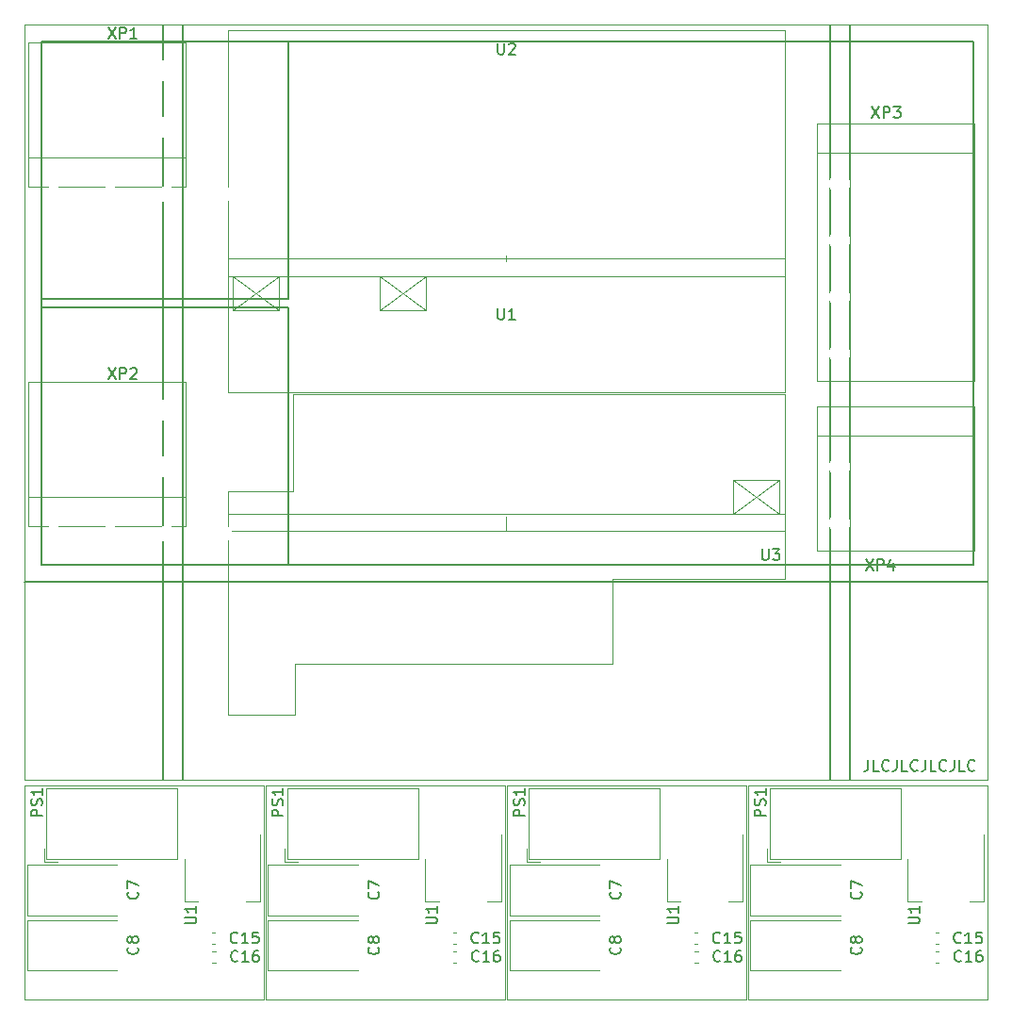
<source format=gbr>
%TF.GenerationSoftware,KiCad,Pcbnew,(5.1.10)-1*%
%TF.CreationDate,2022-01-19T08:42:29+07:00*%
%TF.ProjectId,PCB_2x_pnlz1_4,5043425f-3278-45f7-906e-6c7a315f342e,rev?*%
%TF.SameCoordinates,Original*%
%TF.FileFunction,Legend,Top*%
%TF.FilePolarity,Positive*%
%FSLAX46Y46*%
G04 Gerber Fmt 4.6, Leading zero omitted, Abs format (unit mm)*
G04 Created by KiCad (PCBNEW (5.1.10)-1) date 2022-01-19 08:42:29*
%MOMM*%
%LPD*%
G01*
G04 APERTURE LIST*
%ADD10C,0.150000*%
%ADD11C,0.100000*%
%ADD12C,0.120000*%
%ADD13C,0.050000*%
%ADD14O,1.750000X2.250000*%
%ADD15R,1.750000X2.250000*%
%ADD16R,1.500000X2.000000*%
%ADD17R,3.800000X2.000000*%
%ADD18C,1.900000*%
%ADD19R,1.900000X1.900000*%
%ADD20C,1.600000*%
%ADD21O,1.700000X1.700000*%
%ADD22R,1.700000X1.700000*%
%ADD23O,1.800000X2.400000*%
%ADD24R,1.800000X2.400000*%
G04 APERTURE END LIST*
D10*
X120771952Y-111000380D02*
X120771952Y-111714666D01*
X120724333Y-111857523D01*
X120629095Y-111952761D01*
X120486238Y-112000380D01*
X120391000Y-112000380D01*
X121724333Y-112000380D02*
X121248142Y-112000380D01*
X121248142Y-111000380D01*
X122629095Y-111905142D02*
X122581476Y-111952761D01*
X122438619Y-112000380D01*
X122343380Y-112000380D01*
X122200523Y-111952761D01*
X122105285Y-111857523D01*
X122057666Y-111762285D01*
X122010047Y-111571809D01*
X122010047Y-111428952D01*
X122057666Y-111238476D01*
X122105285Y-111143238D01*
X122200523Y-111048000D01*
X122343380Y-111000380D01*
X122438619Y-111000380D01*
X122581476Y-111048000D01*
X122629095Y-111095619D01*
X123343380Y-111000380D02*
X123343380Y-111714666D01*
X123295761Y-111857523D01*
X123200523Y-111952761D01*
X123057666Y-112000380D01*
X122962428Y-112000380D01*
X124295761Y-112000380D02*
X123819571Y-112000380D01*
X123819571Y-111000380D01*
X125200523Y-111905142D02*
X125152904Y-111952761D01*
X125010047Y-112000380D01*
X124914809Y-112000380D01*
X124771952Y-111952761D01*
X124676714Y-111857523D01*
X124629095Y-111762285D01*
X124581476Y-111571809D01*
X124581476Y-111428952D01*
X124629095Y-111238476D01*
X124676714Y-111143238D01*
X124771952Y-111048000D01*
X124914809Y-111000380D01*
X125010047Y-111000380D01*
X125152904Y-111048000D01*
X125200523Y-111095619D01*
X125914809Y-111000380D02*
X125914809Y-111714666D01*
X125867190Y-111857523D01*
X125771952Y-111952761D01*
X125629095Y-112000380D01*
X125533857Y-112000380D01*
X126867190Y-112000380D02*
X126391000Y-112000380D01*
X126391000Y-111000380D01*
X127771952Y-111905142D02*
X127724333Y-111952761D01*
X127581476Y-112000380D01*
X127486238Y-112000380D01*
X127343380Y-111952761D01*
X127248142Y-111857523D01*
X127200523Y-111762285D01*
X127152904Y-111571809D01*
X127152904Y-111428952D01*
X127200523Y-111238476D01*
X127248142Y-111143238D01*
X127343380Y-111048000D01*
X127486238Y-111000380D01*
X127581476Y-111000380D01*
X127724333Y-111048000D01*
X127771952Y-111095619D01*
X128486238Y-111000380D02*
X128486238Y-111714666D01*
X128438619Y-111857523D01*
X128343380Y-111952761D01*
X128200523Y-112000380D01*
X128105285Y-112000380D01*
X129438619Y-112000380D02*
X128962428Y-112000380D01*
X128962428Y-111000380D01*
X130343380Y-111905142D02*
X130295761Y-111952761D01*
X130152904Y-112000380D01*
X130057666Y-112000380D01*
X129914809Y-111952761D01*
X129819571Y-111857523D01*
X129771952Y-111762285D01*
X129724333Y-111571809D01*
X129724333Y-111428952D01*
X129771952Y-111238476D01*
X129819571Y-111143238D01*
X129914809Y-111048000D01*
X130057666Y-111000380D01*
X130152904Y-111000380D01*
X130295761Y-111048000D01*
X130343380Y-111095619D01*
D11*
X131499640Y-112800000D02*
X45000000Y-112800000D01*
X45000000Y-112800000D02*
X45000000Y-45000000D01*
D10*
X46500000Y-46500000D02*
X130200000Y-46500000D01*
X130200000Y-46500000D02*
X130200000Y-93500000D01*
X130200000Y-93500000D02*
X46500000Y-93500000D01*
X46500000Y-93500000D02*
X46500000Y-46500000D01*
X46500000Y-69600000D02*
X68700000Y-69600000D01*
X68700000Y-69600000D02*
X68700000Y-46500000D01*
X46500000Y-70400000D02*
X68700000Y-70400000D01*
X68700000Y-70400000D02*
X68700000Y-93500000D01*
X119100000Y-45000000D02*
X119100000Y-112800000D01*
X117350000Y-45000000D02*
X117350000Y-112800000D01*
X59150000Y-45000000D02*
X59150000Y-112800000D01*
X57400000Y-45000000D02*
X57400000Y-112800000D01*
D11*
X45000000Y-113300000D02*
X45000000Y-132477000D01*
X66500000Y-113300000D02*
X45000000Y-113300000D01*
X66500000Y-113300000D02*
X66500000Y-132477000D01*
X45000000Y-132477000D02*
X66500000Y-132477000D01*
D10*
X45000000Y-95000000D02*
X131499640Y-95000000D01*
D11*
X110000000Y-132477000D02*
X131500000Y-132477000D01*
X131500000Y-113300000D02*
X131500000Y-132477000D01*
X131500000Y-113300000D02*
X110000000Y-113300000D01*
X110000000Y-113300000D02*
X110000000Y-132477000D01*
X88350000Y-132477000D02*
X109850000Y-132477000D01*
X109850000Y-113300000D02*
X109850000Y-132477000D01*
X109850000Y-113300000D02*
X88350000Y-113300000D01*
X88350000Y-113300000D02*
X88350000Y-132477000D01*
X66650000Y-132477000D02*
X88150000Y-132477000D01*
X88150000Y-113300000D02*
X88150000Y-132477000D01*
X88150000Y-113300000D02*
X66650000Y-113300000D01*
X66650000Y-113300000D02*
X66650000Y-132477000D01*
D10*
X45000000Y-95000000D02*
X131499640Y-95000000D01*
D11*
X45000000Y-45000000D02*
X131499640Y-45000000D01*
X131499640Y-45000000D02*
X131499640Y-112800000D01*
D12*
%TO.C,C8*%
X66829500Y-129911000D02*
X74889500Y-129911000D01*
X66829500Y-125391000D02*
X66829500Y-129911000D01*
X74889500Y-125391000D02*
X66829500Y-125391000D01*
%TO.C,C15*%
X83469420Y-127526000D02*
X83750580Y-127526000D01*
X83469420Y-126506000D02*
X83750580Y-126506000D01*
%TO.C,C16*%
X83495420Y-129177000D02*
X83776580Y-129177000D01*
X83495420Y-128157000D02*
X83776580Y-128157000D01*
%TO.C,PS1*%
X68596000Y-113544000D02*
X80366000Y-113544000D01*
X68596000Y-113544000D02*
X68596000Y-119884000D01*
X68596000Y-119884000D02*
X80366000Y-119884000D01*
X80366000Y-113544000D02*
X80366000Y-119884000D01*
X68346000Y-118934000D02*
X68346000Y-120134000D01*
X68346000Y-120134000D02*
X69546000Y-120134000D01*
%TO.C,C15*%
X126819420Y-126506000D02*
X127100580Y-126506000D01*
X126819420Y-127526000D02*
X127100580Y-127526000D01*
%TO.C,C8*%
X118239500Y-125391000D02*
X110179500Y-125391000D01*
X110179500Y-125391000D02*
X110179500Y-129911000D01*
X110179500Y-129911000D02*
X118239500Y-129911000D01*
%TO.C,C7*%
X118241500Y-120438000D02*
X110181500Y-120438000D01*
X110181500Y-120438000D02*
X110181500Y-124958000D01*
X110181500Y-124958000D02*
X118241500Y-124958000D01*
%TO.C,U1*%
X124311000Y-123694000D02*
X125571000Y-123694000D01*
X131131000Y-123694000D02*
X129871000Y-123694000D01*
X124311000Y-119934000D02*
X124311000Y-123694000D01*
X131131000Y-117684000D02*
X131131000Y-123694000D01*
%TO.C,PS1*%
X111696000Y-120134000D02*
X112896000Y-120134000D01*
X111696000Y-118934000D02*
X111696000Y-120134000D01*
X123716000Y-113544000D02*
X123716000Y-119884000D01*
X111946000Y-119884000D02*
X123716000Y-119884000D01*
X111946000Y-113544000D02*
X111946000Y-119884000D01*
X111946000Y-113544000D02*
X123716000Y-113544000D01*
%TO.C,C16*%
X126845420Y-128157000D02*
X127126580Y-128157000D01*
X126845420Y-129177000D02*
X127126580Y-129177000D01*
%TO.C,XP1*%
X45309000Y-46603000D02*
X59443000Y-46603000D01*
X45309000Y-59557000D02*
X45309000Y-46603000D01*
X59443000Y-59557000D02*
X45309000Y-59557000D01*
X59443000Y-46603000D02*
X59443000Y-59557000D01*
D13*
X59443000Y-56890000D02*
X45346000Y-56890000D01*
D12*
%TO.C,C7*%
X66831500Y-124958000D02*
X74891500Y-124958000D01*
X66831500Y-120438000D02*
X66831500Y-124958000D01*
X74891500Y-120438000D02*
X66831500Y-120438000D01*
%TO.C,U1*%
X109481000Y-117684000D02*
X109481000Y-123694000D01*
X102661000Y-119934000D02*
X102661000Y-123694000D01*
X109481000Y-123694000D02*
X108221000Y-123694000D01*
X102661000Y-123694000D02*
X103921000Y-123694000D01*
%TO.C,U3*%
X69050000Y-86877000D02*
X69050000Y-78158000D01*
X63250000Y-86877000D02*
X69050000Y-86877000D01*
X63250000Y-106977000D02*
X69250000Y-106977000D01*
X69250000Y-102415000D02*
X69250000Y-106977000D01*
X113250000Y-94777000D02*
X97750000Y-94777000D01*
X97750000Y-102415000D02*
X97750000Y-94777000D01*
X112794000Y-85877000D02*
X108664000Y-88877000D01*
X108664000Y-85877000D02*
X112794000Y-85877000D01*
X112794000Y-88877000D02*
X108664000Y-85877000D01*
X88250000Y-90477000D02*
X88250000Y-89207000D01*
X113250000Y-78158000D02*
X113250000Y-94777000D01*
X97750000Y-102415000D02*
X69250000Y-102415000D01*
X63250000Y-106977000D02*
X63250000Y-86877000D01*
X69050000Y-78158000D02*
X113250000Y-78158000D01*
X113250000Y-90477000D02*
X63250000Y-90477000D01*
X113250000Y-88877000D02*
X63250000Y-88877000D01*
X112794000Y-85877000D02*
X112794000Y-88877000D01*
X108664000Y-85877000D02*
X108664000Y-88877000D01*
%TO.C,U2*%
X67836000Y-67600000D02*
X63706000Y-70600000D01*
X63706000Y-67600000D02*
X67836000Y-67600000D01*
X67836000Y-70600000D02*
X63706000Y-67600000D01*
X63706000Y-70600000D02*
X63706000Y-67600000D01*
X88250000Y-66254000D02*
X88250000Y-65746000D01*
X113250000Y-67600000D02*
X63250000Y-67600000D01*
X113250000Y-66000000D02*
X63250000Y-66000000D01*
X63250000Y-78000000D02*
X113250000Y-78000000D01*
X63250000Y-45500000D02*
X63250000Y-78000000D01*
X113250000Y-45500000D02*
X63250000Y-45500000D01*
X113250000Y-78000000D02*
X113250000Y-45500000D01*
X67836000Y-70600000D02*
X67836000Y-67600000D01*
X63706000Y-70600000D02*
X67836000Y-70600000D01*
X81044000Y-67600000D02*
X76914000Y-70600000D01*
X76914000Y-67600000D02*
X81044000Y-67600000D01*
X81044000Y-70600000D02*
X76914000Y-67600000D01*
X76914000Y-70600000D02*
X76914000Y-67600000D01*
X81044000Y-70600000D02*
X81044000Y-67600000D01*
X76914000Y-70600000D02*
X81044000Y-70600000D01*
D13*
%TO.C,XP4*%
X116195000Y-81910000D02*
X130292000Y-81910000D01*
D12*
X116195000Y-92197000D02*
X116195000Y-79243000D01*
X116195000Y-79243000D02*
X130329000Y-79243000D01*
X130329000Y-79243000D02*
X130329000Y-92197000D01*
X130329000Y-92197000D02*
X116195000Y-92197000D01*
D13*
%TO.C,XP2*%
X59443000Y-87370000D02*
X45346000Y-87370000D01*
D12*
X59443000Y-77083000D02*
X59443000Y-90037000D01*
X59443000Y-90037000D02*
X45309000Y-90037000D01*
X45309000Y-90037000D02*
X45309000Y-77083000D01*
X45309000Y-77083000D02*
X59443000Y-77083000D01*
D13*
%TO.C,XP3*%
X116195000Y-56510000D02*
X130292000Y-56510000D01*
D12*
X116195000Y-76957000D02*
X116195000Y-53843000D01*
X116195000Y-53843000D02*
X130329000Y-53843000D01*
X130329000Y-53843000D02*
X130329000Y-76957000D01*
X130329000Y-76957000D02*
X116195000Y-76957000D01*
%TO.C,U1*%
X66131000Y-117684000D02*
X66131000Y-123694000D01*
X59311000Y-119934000D02*
X59311000Y-123694000D01*
X66131000Y-123694000D02*
X64871000Y-123694000D01*
X59311000Y-123694000D02*
X60571000Y-123694000D01*
%TO.C,C8*%
X45179500Y-129911000D02*
X53239500Y-129911000D01*
X45179500Y-125391000D02*
X45179500Y-129911000D01*
X53239500Y-125391000D02*
X45179500Y-125391000D01*
%TO.C,C15*%
X61819420Y-127526000D02*
X62100580Y-127526000D01*
X61819420Y-126506000D02*
X62100580Y-126506000D01*
%TO.C,C16*%
X61845420Y-129177000D02*
X62126580Y-129177000D01*
X61845420Y-128157000D02*
X62126580Y-128157000D01*
%TO.C,PS1*%
X46946000Y-113544000D02*
X58716000Y-113544000D01*
X46946000Y-113544000D02*
X46946000Y-119884000D01*
X46946000Y-119884000D02*
X58716000Y-119884000D01*
X58716000Y-113544000D02*
X58716000Y-119884000D01*
X46696000Y-118934000D02*
X46696000Y-120134000D01*
X46696000Y-120134000D02*
X47896000Y-120134000D01*
%TO.C,U1*%
X87781000Y-117684000D02*
X87781000Y-123694000D01*
X80961000Y-119934000D02*
X80961000Y-123694000D01*
X87781000Y-123694000D02*
X86521000Y-123694000D01*
X80961000Y-123694000D02*
X82221000Y-123694000D01*
%TO.C,PS1*%
X90296000Y-113544000D02*
X102066000Y-113544000D01*
X90296000Y-113544000D02*
X90296000Y-119884000D01*
X90296000Y-119884000D02*
X102066000Y-119884000D01*
X102066000Y-113544000D02*
X102066000Y-119884000D01*
X90046000Y-118934000D02*
X90046000Y-120134000D01*
X90046000Y-120134000D02*
X91246000Y-120134000D01*
%TO.C,C16*%
X105195420Y-129177000D02*
X105476580Y-129177000D01*
X105195420Y-128157000D02*
X105476580Y-128157000D01*
%TO.C,C15*%
X105169420Y-127526000D02*
X105450580Y-127526000D01*
X105169420Y-126506000D02*
X105450580Y-126506000D01*
%TO.C,C8*%
X88529500Y-129911000D02*
X96589500Y-129911000D01*
X88529500Y-125391000D02*
X88529500Y-129911000D01*
X96589500Y-125391000D02*
X88529500Y-125391000D01*
%TO.C,C7*%
X88531500Y-124958000D02*
X96591500Y-124958000D01*
X88531500Y-120438000D02*
X88531500Y-124958000D01*
X96591500Y-120438000D02*
X88531500Y-120438000D01*
X45181500Y-124958000D02*
X53241500Y-124958000D01*
X45181500Y-120438000D02*
X45181500Y-124958000D01*
X53241500Y-120438000D02*
X45181500Y-120438000D01*
%TO.C,C8*%
D10*
X76741142Y-127817666D02*
X76788761Y-127865285D01*
X76836380Y-128008142D01*
X76836380Y-128103380D01*
X76788761Y-128246238D01*
X76693523Y-128341476D01*
X76598285Y-128389095D01*
X76407809Y-128436714D01*
X76264952Y-128436714D01*
X76074476Y-128389095D01*
X75979238Y-128341476D01*
X75884000Y-128246238D01*
X75836380Y-128103380D01*
X75836380Y-128008142D01*
X75884000Y-127865285D01*
X75931619Y-127817666D01*
X76264952Y-127246238D02*
X76217333Y-127341476D01*
X76169714Y-127389095D01*
X76074476Y-127436714D01*
X76026857Y-127436714D01*
X75931619Y-127389095D01*
X75884000Y-127341476D01*
X75836380Y-127246238D01*
X75836380Y-127055761D01*
X75884000Y-126960523D01*
X75931619Y-126912904D01*
X76026857Y-126865285D01*
X76074476Y-126865285D01*
X76169714Y-126912904D01*
X76217333Y-126960523D01*
X76264952Y-127055761D01*
X76264952Y-127246238D01*
X76312571Y-127341476D01*
X76360190Y-127389095D01*
X76455428Y-127436714D01*
X76645904Y-127436714D01*
X76741142Y-127389095D01*
X76788761Y-127341476D01*
X76836380Y-127246238D01*
X76836380Y-127055761D01*
X76788761Y-126960523D01*
X76741142Y-126912904D01*
X76645904Y-126865285D01*
X76455428Y-126865285D01*
X76360190Y-126912904D01*
X76312571Y-126960523D01*
X76264952Y-127055761D01*
%TO.C,C15*%
X85748142Y-127373142D02*
X85700523Y-127420761D01*
X85557666Y-127468380D01*
X85462428Y-127468380D01*
X85319571Y-127420761D01*
X85224333Y-127325523D01*
X85176714Y-127230285D01*
X85129095Y-127039809D01*
X85129095Y-126896952D01*
X85176714Y-126706476D01*
X85224333Y-126611238D01*
X85319571Y-126516000D01*
X85462428Y-126468380D01*
X85557666Y-126468380D01*
X85700523Y-126516000D01*
X85748142Y-126563619D01*
X86700523Y-127468380D02*
X86129095Y-127468380D01*
X86414809Y-127468380D02*
X86414809Y-126468380D01*
X86319571Y-126611238D01*
X86224333Y-126706476D01*
X86129095Y-126754095D01*
X87605285Y-126468380D02*
X87129095Y-126468380D01*
X87081476Y-126944571D01*
X87129095Y-126896952D01*
X87224333Y-126849333D01*
X87462428Y-126849333D01*
X87557666Y-126896952D01*
X87605285Y-126944571D01*
X87652904Y-127039809D01*
X87652904Y-127277904D01*
X87605285Y-127373142D01*
X87557666Y-127420761D01*
X87462428Y-127468380D01*
X87224333Y-127468380D01*
X87129095Y-127420761D01*
X87081476Y-127373142D01*
%TO.C,C16*%
X85774142Y-129024142D02*
X85726523Y-129071761D01*
X85583666Y-129119380D01*
X85488428Y-129119380D01*
X85345571Y-129071761D01*
X85250333Y-128976523D01*
X85202714Y-128881285D01*
X85155095Y-128690809D01*
X85155095Y-128547952D01*
X85202714Y-128357476D01*
X85250333Y-128262238D01*
X85345571Y-128167000D01*
X85488428Y-128119380D01*
X85583666Y-128119380D01*
X85726523Y-128167000D01*
X85774142Y-128214619D01*
X86726523Y-129119380D02*
X86155095Y-129119380D01*
X86440809Y-129119380D02*
X86440809Y-128119380D01*
X86345571Y-128262238D01*
X86250333Y-128357476D01*
X86155095Y-128405095D01*
X87583666Y-128119380D02*
X87393190Y-128119380D01*
X87297952Y-128167000D01*
X87250333Y-128214619D01*
X87155095Y-128357476D01*
X87107476Y-128547952D01*
X87107476Y-128928904D01*
X87155095Y-129024142D01*
X87202714Y-129071761D01*
X87297952Y-129119380D01*
X87488428Y-129119380D01*
X87583666Y-129071761D01*
X87631285Y-129024142D01*
X87678904Y-128928904D01*
X87678904Y-128690809D01*
X87631285Y-128595571D01*
X87583666Y-128547952D01*
X87488428Y-128500333D01*
X87297952Y-128500333D01*
X87202714Y-128547952D01*
X87155095Y-128595571D01*
X87107476Y-128690809D01*
%TO.C,PS1*%
X68200380Y-116038285D02*
X67200380Y-116038285D01*
X67200380Y-115657333D01*
X67248000Y-115562095D01*
X67295619Y-115514476D01*
X67390857Y-115466857D01*
X67533714Y-115466857D01*
X67628952Y-115514476D01*
X67676571Y-115562095D01*
X67724190Y-115657333D01*
X67724190Y-116038285D01*
X68152761Y-115085904D02*
X68200380Y-114943047D01*
X68200380Y-114704952D01*
X68152761Y-114609714D01*
X68105142Y-114562095D01*
X68009904Y-114514476D01*
X67914666Y-114514476D01*
X67819428Y-114562095D01*
X67771809Y-114609714D01*
X67724190Y-114704952D01*
X67676571Y-114895428D01*
X67628952Y-114990666D01*
X67581333Y-115038285D01*
X67486095Y-115085904D01*
X67390857Y-115085904D01*
X67295619Y-115038285D01*
X67248000Y-114990666D01*
X67200380Y-114895428D01*
X67200380Y-114657333D01*
X67248000Y-114514476D01*
X68200380Y-113562095D02*
X68200380Y-114133523D01*
X68200380Y-113847809D02*
X67200380Y-113847809D01*
X67343238Y-113943047D01*
X67438476Y-114038285D01*
X67486095Y-114133523D01*
%TO.C,C15*%
X129098142Y-127373142D02*
X129050523Y-127420761D01*
X128907666Y-127468380D01*
X128812428Y-127468380D01*
X128669571Y-127420761D01*
X128574333Y-127325523D01*
X128526714Y-127230285D01*
X128479095Y-127039809D01*
X128479095Y-126896952D01*
X128526714Y-126706476D01*
X128574333Y-126611238D01*
X128669571Y-126516000D01*
X128812428Y-126468380D01*
X128907666Y-126468380D01*
X129050523Y-126516000D01*
X129098142Y-126563619D01*
X130050523Y-127468380D02*
X129479095Y-127468380D01*
X129764809Y-127468380D02*
X129764809Y-126468380D01*
X129669571Y-126611238D01*
X129574333Y-126706476D01*
X129479095Y-126754095D01*
X130955285Y-126468380D02*
X130479095Y-126468380D01*
X130431476Y-126944571D01*
X130479095Y-126896952D01*
X130574333Y-126849333D01*
X130812428Y-126849333D01*
X130907666Y-126896952D01*
X130955285Y-126944571D01*
X131002904Y-127039809D01*
X131002904Y-127277904D01*
X130955285Y-127373142D01*
X130907666Y-127420761D01*
X130812428Y-127468380D01*
X130574333Y-127468380D01*
X130479095Y-127420761D01*
X130431476Y-127373142D01*
%TO.C,C8*%
X120091142Y-127817666D02*
X120138761Y-127865285D01*
X120186380Y-128008142D01*
X120186380Y-128103380D01*
X120138761Y-128246238D01*
X120043523Y-128341476D01*
X119948285Y-128389095D01*
X119757809Y-128436714D01*
X119614952Y-128436714D01*
X119424476Y-128389095D01*
X119329238Y-128341476D01*
X119234000Y-128246238D01*
X119186380Y-128103380D01*
X119186380Y-128008142D01*
X119234000Y-127865285D01*
X119281619Y-127817666D01*
X119614952Y-127246238D02*
X119567333Y-127341476D01*
X119519714Y-127389095D01*
X119424476Y-127436714D01*
X119376857Y-127436714D01*
X119281619Y-127389095D01*
X119234000Y-127341476D01*
X119186380Y-127246238D01*
X119186380Y-127055761D01*
X119234000Y-126960523D01*
X119281619Y-126912904D01*
X119376857Y-126865285D01*
X119424476Y-126865285D01*
X119519714Y-126912904D01*
X119567333Y-126960523D01*
X119614952Y-127055761D01*
X119614952Y-127246238D01*
X119662571Y-127341476D01*
X119710190Y-127389095D01*
X119805428Y-127436714D01*
X119995904Y-127436714D01*
X120091142Y-127389095D01*
X120138761Y-127341476D01*
X120186380Y-127246238D01*
X120186380Y-127055761D01*
X120138761Y-126960523D01*
X120091142Y-126912904D01*
X119995904Y-126865285D01*
X119805428Y-126865285D01*
X119710190Y-126912904D01*
X119662571Y-126960523D01*
X119614952Y-127055761D01*
%TO.C,C7*%
X120091142Y-122864666D02*
X120138761Y-122912285D01*
X120186380Y-123055142D01*
X120186380Y-123150380D01*
X120138761Y-123293238D01*
X120043523Y-123388476D01*
X119948285Y-123436095D01*
X119757809Y-123483714D01*
X119614952Y-123483714D01*
X119424476Y-123436095D01*
X119329238Y-123388476D01*
X119234000Y-123293238D01*
X119186380Y-123150380D01*
X119186380Y-123055142D01*
X119234000Y-122912285D01*
X119281619Y-122864666D01*
X119186380Y-122531333D02*
X119186380Y-121864666D01*
X120186380Y-122293238D01*
%TO.C,U1*%
X124379380Y-125695904D02*
X125188904Y-125695904D01*
X125284142Y-125648285D01*
X125331761Y-125600666D01*
X125379380Y-125505428D01*
X125379380Y-125314952D01*
X125331761Y-125219714D01*
X125284142Y-125172095D01*
X125188904Y-125124476D01*
X124379380Y-125124476D01*
X125379380Y-124124476D02*
X125379380Y-124695904D01*
X125379380Y-124410190D02*
X124379380Y-124410190D01*
X124522238Y-124505428D01*
X124617476Y-124600666D01*
X124665095Y-124695904D01*
%TO.C,PS1*%
X111550380Y-116038285D02*
X110550380Y-116038285D01*
X110550380Y-115657333D01*
X110598000Y-115562095D01*
X110645619Y-115514476D01*
X110740857Y-115466857D01*
X110883714Y-115466857D01*
X110978952Y-115514476D01*
X111026571Y-115562095D01*
X111074190Y-115657333D01*
X111074190Y-116038285D01*
X111502761Y-115085904D02*
X111550380Y-114943047D01*
X111550380Y-114704952D01*
X111502761Y-114609714D01*
X111455142Y-114562095D01*
X111359904Y-114514476D01*
X111264666Y-114514476D01*
X111169428Y-114562095D01*
X111121809Y-114609714D01*
X111074190Y-114704952D01*
X111026571Y-114895428D01*
X110978952Y-114990666D01*
X110931333Y-115038285D01*
X110836095Y-115085904D01*
X110740857Y-115085904D01*
X110645619Y-115038285D01*
X110598000Y-114990666D01*
X110550380Y-114895428D01*
X110550380Y-114657333D01*
X110598000Y-114514476D01*
X111550380Y-113562095D02*
X111550380Y-114133523D01*
X111550380Y-113847809D02*
X110550380Y-113847809D01*
X110693238Y-113943047D01*
X110788476Y-114038285D01*
X110836095Y-114133523D01*
%TO.C,C16*%
X129124142Y-129024142D02*
X129076523Y-129071761D01*
X128933666Y-129119380D01*
X128838428Y-129119380D01*
X128695571Y-129071761D01*
X128600333Y-128976523D01*
X128552714Y-128881285D01*
X128505095Y-128690809D01*
X128505095Y-128547952D01*
X128552714Y-128357476D01*
X128600333Y-128262238D01*
X128695571Y-128167000D01*
X128838428Y-128119380D01*
X128933666Y-128119380D01*
X129076523Y-128167000D01*
X129124142Y-128214619D01*
X130076523Y-129119380D02*
X129505095Y-129119380D01*
X129790809Y-129119380D02*
X129790809Y-128119380D01*
X129695571Y-128262238D01*
X129600333Y-128357476D01*
X129505095Y-128405095D01*
X130933666Y-128119380D02*
X130743190Y-128119380D01*
X130647952Y-128167000D01*
X130600333Y-128214619D01*
X130505095Y-128357476D01*
X130457476Y-128547952D01*
X130457476Y-128928904D01*
X130505095Y-129024142D01*
X130552714Y-129071761D01*
X130647952Y-129119380D01*
X130838428Y-129119380D01*
X130933666Y-129071761D01*
X130981285Y-129024142D01*
X131028904Y-128928904D01*
X131028904Y-128690809D01*
X130981285Y-128595571D01*
X130933666Y-128547952D01*
X130838428Y-128500333D01*
X130647952Y-128500333D01*
X130552714Y-128547952D01*
X130505095Y-128595571D01*
X130457476Y-128690809D01*
%TO.C,XP1*%
X52473476Y-45230380D02*
X53140142Y-46230380D01*
X53140142Y-45230380D02*
X52473476Y-46230380D01*
X53521095Y-46230380D02*
X53521095Y-45230380D01*
X53902047Y-45230380D01*
X53997285Y-45278000D01*
X54044904Y-45325619D01*
X54092523Y-45420857D01*
X54092523Y-45563714D01*
X54044904Y-45658952D01*
X53997285Y-45706571D01*
X53902047Y-45754190D01*
X53521095Y-45754190D01*
X55044904Y-46230380D02*
X54473476Y-46230380D01*
X54759190Y-46230380D02*
X54759190Y-45230380D01*
X54663952Y-45373238D01*
X54568714Y-45468476D01*
X54473476Y-45516095D01*
%TO.C,C7*%
X76741142Y-122864666D02*
X76788761Y-122912285D01*
X76836380Y-123055142D01*
X76836380Y-123150380D01*
X76788761Y-123293238D01*
X76693523Y-123388476D01*
X76598285Y-123436095D01*
X76407809Y-123483714D01*
X76264952Y-123483714D01*
X76074476Y-123436095D01*
X75979238Y-123388476D01*
X75884000Y-123293238D01*
X75836380Y-123150380D01*
X75836380Y-123055142D01*
X75884000Y-122912285D01*
X75931619Y-122864666D01*
X75836380Y-122531333D02*
X75836380Y-121864666D01*
X76836380Y-122293238D01*
%TO.C,U1*%
X102729380Y-125695904D02*
X103538904Y-125695904D01*
X103634142Y-125648285D01*
X103681761Y-125600666D01*
X103729380Y-125505428D01*
X103729380Y-125314952D01*
X103681761Y-125219714D01*
X103634142Y-125172095D01*
X103538904Y-125124476D01*
X102729380Y-125124476D01*
X103729380Y-124124476D02*
X103729380Y-124695904D01*
X103729380Y-124410190D02*
X102729380Y-124410190D01*
X102872238Y-124505428D01*
X102967476Y-124600666D01*
X103015095Y-124695904D01*
%TO.C,U3*%
X111237095Y-92058380D02*
X111237095Y-92867904D01*
X111284714Y-92963142D01*
X111332333Y-93010761D01*
X111427571Y-93058380D01*
X111618047Y-93058380D01*
X111713285Y-93010761D01*
X111760904Y-92963142D01*
X111808523Y-92867904D01*
X111808523Y-92058380D01*
X112189476Y-92058380D02*
X112808523Y-92058380D01*
X112475190Y-92439333D01*
X112618047Y-92439333D01*
X112713285Y-92486952D01*
X112760904Y-92534571D01*
X112808523Y-92629809D01*
X112808523Y-92867904D01*
X112760904Y-92963142D01*
X112713285Y-93010761D01*
X112618047Y-93058380D01*
X112332333Y-93058380D01*
X112237095Y-93010761D01*
X112189476Y-92963142D01*
%TO.C,U2*%
X87488095Y-46656380D02*
X87488095Y-47465904D01*
X87535714Y-47561142D01*
X87583333Y-47608761D01*
X87678571Y-47656380D01*
X87869047Y-47656380D01*
X87964285Y-47608761D01*
X88011904Y-47561142D01*
X88059523Y-47465904D01*
X88059523Y-46656380D01*
X88488095Y-46751619D02*
X88535714Y-46704000D01*
X88630952Y-46656380D01*
X88869047Y-46656380D01*
X88964285Y-46704000D01*
X89011904Y-46751619D01*
X89059523Y-46846857D01*
X89059523Y-46942095D01*
X89011904Y-47084952D01*
X88440476Y-47656380D01*
X89059523Y-47656380D01*
%TO.C,U1*%
X87488095Y-70452380D02*
X87488095Y-71261904D01*
X87535714Y-71357142D01*
X87583333Y-71404761D01*
X87678571Y-71452380D01*
X87869047Y-71452380D01*
X87964285Y-71404761D01*
X88011904Y-71357142D01*
X88059523Y-71261904D01*
X88059523Y-70452380D01*
X89059523Y-71452380D02*
X88488095Y-71452380D01*
X88773809Y-71452380D02*
X88773809Y-70452380D01*
X88678571Y-70595238D01*
X88583333Y-70690476D01*
X88488095Y-70738095D01*
%TO.C,XP4*%
X120545476Y-92982380D02*
X121212142Y-93982380D01*
X121212142Y-92982380D02*
X120545476Y-93982380D01*
X121593095Y-93982380D02*
X121593095Y-92982380D01*
X121974047Y-92982380D01*
X122069285Y-93030000D01*
X122116904Y-93077619D01*
X122164523Y-93172857D01*
X122164523Y-93315714D01*
X122116904Y-93410952D01*
X122069285Y-93458571D01*
X121974047Y-93506190D01*
X121593095Y-93506190D01*
X123021666Y-93315714D02*
X123021666Y-93982380D01*
X122783571Y-92934761D02*
X122545476Y-93649047D01*
X123164523Y-93649047D01*
%TO.C,XP2*%
X52473476Y-75802380D02*
X53140142Y-76802380D01*
X53140142Y-75802380D02*
X52473476Y-76802380D01*
X53521095Y-76802380D02*
X53521095Y-75802380D01*
X53902047Y-75802380D01*
X53997285Y-75850000D01*
X54044904Y-75897619D01*
X54092523Y-75992857D01*
X54092523Y-76135714D01*
X54044904Y-76230952D01*
X53997285Y-76278571D01*
X53902047Y-76326190D01*
X53521095Y-76326190D01*
X54473476Y-75897619D02*
X54521095Y-75850000D01*
X54616333Y-75802380D01*
X54854428Y-75802380D01*
X54949666Y-75850000D01*
X54997285Y-75897619D01*
X55044904Y-75992857D01*
X55044904Y-76088095D01*
X54997285Y-76230952D01*
X54425857Y-76802380D01*
X55044904Y-76802380D01*
%TO.C,XP3*%
X121103476Y-52342380D02*
X121770142Y-53342380D01*
X121770142Y-52342380D02*
X121103476Y-53342380D01*
X122151095Y-53342380D02*
X122151095Y-52342380D01*
X122532047Y-52342380D01*
X122627285Y-52390000D01*
X122674904Y-52437619D01*
X122722523Y-52532857D01*
X122722523Y-52675714D01*
X122674904Y-52770952D01*
X122627285Y-52818571D01*
X122532047Y-52866190D01*
X122151095Y-52866190D01*
X123055857Y-52342380D02*
X123674904Y-52342380D01*
X123341571Y-52723333D01*
X123484428Y-52723333D01*
X123579666Y-52770952D01*
X123627285Y-52818571D01*
X123674904Y-52913809D01*
X123674904Y-53151904D01*
X123627285Y-53247142D01*
X123579666Y-53294761D01*
X123484428Y-53342380D01*
X123198714Y-53342380D01*
X123103476Y-53294761D01*
X123055857Y-53247142D01*
%TO.C,U1*%
X59379380Y-125695904D02*
X60188904Y-125695904D01*
X60284142Y-125648285D01*
X60331761Y-125600666D01*
X60379380Y-125505428D01*
X60379380Y-125314952D01*
X60331761Y-125219714D01*
X60284142Y-125172095D01*
X60188904Y-125124476D01*
X59379380Y-125124476D01*
X60379380Y-124124476D02*
X60379380Y-124695904D01*
X60379380Y-124410190D02*
X59379380Y-124410190D01*
X59522238Y-124505428D01*
X59617476Y-124600666D01*
X59665095Y-124695904D01*
%TO.C,C8*%
X55091142Y-127817666D02*
X55138761Y-127865285D01*
X55186380Y-128008142D01*
X55186380Y-128103380D01*
X55138761Y-128246238D01*
X55043523Y-128341476D01*
X54948285Y-128389095D01*
X54757809Y-128436714D01*
X54614952Y-128436714D01*
X54424476Y-128389095D01*
X54329238Y-128341476D01*
X54234000Y-128246238D01*
X54186380Y-128103380D01*
X54186380Y-128008142D01*
X54234000Y-127865285D01*
X54281619Y-127817666D01*
X54614952Y-127246238D02*
X54567333Y-127341476D01*
X54519714Y-127389095D01*
X54424476Y-127436714D01*
X54376857Y-127436714D01*
X54281619Y-127389095D01*
X54234000Y-127341476D01*
X54186380Y-127246238D01*
X54186380Y-127055761D01*
X54234000Y-126960523D01*
X54281619Y-126912904D01*
X54376857Y-126865285D01*
X54424476Y-126865285D01*
X54519714Y-126912904D01*
X54567333Y-126960523D01*
X54614952Y-127055761D01*
X54614952Y-127246238D01*
X54662571Y-127341476D01*
X54710190Y-127389095D01*
X54805428Y-127436714D01*
X54995904Y-127436714D01*
X55091142Y-127389095D01*
X55138761Y-127341476D01*
X55186380Y-127246238D01*
X55186380Y-127055761D01*
X55138761Y-126960523D01*
X55091142Y-126912904D01*
X54995904Y-126865285D01*
X54805428Y-126865285D01*
X54710190Y-126912904D01*
X54662571Y-126960523D01*
X54614952Y-127055761D01*
%TO.C,C15*%
X64098142Y-127373142D02*
X64050523Y-127420761D01*
X63907666Y-127468380D01*
X63812428Y-127468380D01*
X63669571Y-127420761D01*
X63574333Y-127325523D01*
X63526714Y-127230285D01*
X63479095Y-127039809D01*
X63479095Y-126896952D01*
X63526714Y-126706476D01*
X63574333Y-126611238D01*
X63669571Y-126516000D01*
X63812428Y-126468380D01*
X63907666Y-126468380D01*
X64050523Y-126516000D01*
X64098142Y-126563619D01*
X65050523Y-127468380D02*
X64479095Y-127468380D01*
X64764809Y-127468380D02*
X64764809Y-126468380D01*
X64669571Y-126611238D01*
X64574333Y-126706476D01*
X64479095Y-126754095D01*
X65955285Y-126468380D02*
X65479095Y-126468380D01*
X65431476Y-126944571D01*
X65479095Y-126896952D01*
X65574333Y-126849333D01*
X65812428Y-126849333D01*
X65907666Y-126896952D01*
X65955285Y-126944571D01*
X66002904Y-127039809D01*
X66002904Y-127277904D01*
X65955285Y-127373142D01*
X65907666Y-127420761D01*
X65812428Y-127468380D01*
X65574333Y-127468380D01*
X65479095Y-127420761D01*
X65431476Y-127373142D01*
%TO.C,C16*%
X64124142Y-129024142D02*
X64076523Y-129071761D01*
X63933666Y-129119380D01*
X63838428Y-129119380D01*
X63695571Y-129071761D01*
X63600333Y-128976523D01*
X63552714Y-128881285D01*
X63505095Y-128690809D01*
X63505095Y-128547952D01*
X63552714Y-128357476D01*
X63600333Y-128262238D01*
X63695571Y-128167000D01*
X63838428Y-128119380D01*
X63933666Y-128119380D01*
X64076523Y-128167000D01*
X64124142Y-128214619D01*
X65076523Y-129119380D02*
X64505095Y-129119380D01*
X64790809Y-129119380D02*
X64790809Y-128119380D01*
X64695571Y-128262238D01*
X64600333Y-128357476D01*
X64505095Y-128405095D01*
X65933666Y-128119380D02*
X65743190Y-128119380D01*
X65647952Y-128167000D01*
X65600333Y-128214619D01*
X65505095Y-128357476D01*
X65457476Y-128547952D01*
X65457476Y-128928904D01*
X65505095Y-129024142D01*
X65552714Y-129071761D01*
X65647952Y-129119380D01*
X65838428Y-129119380D01*
X65933666Y-129071761D01*
X65981285Y-129024142D01*
X66028904Y-128928904D01*
X66028904Y-128690809D01*
X65981285Y-128595571D01*
X65933666Y-128547952D01*
X65838428Y-128500333D01*
X65647952Y-128500333D01*
X65552714Y-128547952D01*
X65505095Y-128595571D01*
X65457476Y-128690809D01*
%TO.C,PS1*%
X46550380Y-116038285D02*
X45550380Y-116038285D01*
X45550380Y-115657333D01*
X45598000Y-115562095D01*
X45645619Y-115514476D01*
X45740857Y-115466857D01*
X45883714Y-115466857D01*
X45978952Y-115514476D01*
X46026571Y-115562095D01*
X46074190Y-115657333D01*
X46074190Y-116038285D01*
X46502761Y-115085904D02*
X46550380Y-114943047D01*
X46550380Y-114704952D01*
X46502761Y-114609714D01*
X46455142Y-114562095D01*
X46359904Y-114514476D01*
X46264666Y-114514476D01*
X46169428Y-114562095D01*
X46121809Y-114609714D01*
X46074190Y-114704952D01*
X46026571Y-114895428D01*
X45978952Y-114990666D01*
X45931333Y-115038285D01*
X45836095Y-115085904D01*
X45740857Y-115085904D01*
X45645619Y-115038285D01*
X45598000Y-114990666D01*
X45550380Y-114895428D01*
X45550380Y-114657333D01*
X45598000Y-114514476D01*
X46550380Y-113562095D02*
X46550380Y-114133523D01*
X46550380Y-113847809D02*
X45550380Y-113847809D01*
X45693238Y-113943047D01*
X45788476Y-114038285D01*
X45836095Y-114133523D01*
%TO.C,U1*%
X81029380Y-125695904D02*
X81838904Y-125695904D01*
X81934142Y-125648285D01*
X81981761Y-125600666D01*
X82029380Y-125505428D01*
X82029380Y-125314952D01*
X81981761Y-125219714D01*
X81934142Y-125172095D01*
X81838904Y-125124476D01*
X81029380Y-125124476D01*
X82029380Y-124124476D02*
X82029380Y-124695904D01*
X82029380Y-124410190D02*
X81029380Y-124410190D01*
X81172238Y-124505428D01*
X81267476Y-124600666D01*
X81315095Y-124695904D01*
%TO.C,PS1*%
X89900380Y-116038285D02*
X88900380Y-116038285D01*
X88900380Y-115657333D01*
X88948000Y-115562095D01*
X88995619Y-115514476D01*
X89090857Y-115466857D01*
X89233714Y-115466857D01*
X89328952Y-115514476D01*
X89376571Y-115562095D01*
X89424190Y-115657333D01*
X89424190Y-116038285D01*
X89852761Y-115085904D02*
X89900380Y-114943047D01*
X89900380Y-114704952D01*
X89852761Y-114609714D01*
X89805142Y-114562095D01*
X89709904Y-114514476D01*
X89614666Y-114514476D01*
X89519428Y-114562095D01*
X89471809Y-114609714D01*
X89424190Y-114704952D01*
X89376571Y-114895428D01*
X89328952Y-114990666D01*
X89281333Y-115038285D01*
X89186095Y-115085904D01*
X89090857Y-115085904D01*
X88995619Y-115038285D01*
X88948000Y-114990666D01*
X88900380Y-114895428D01*
X88900380Y-114657333D01*
X88948000Y-114514476D01*
X89900380Y-113562095D02*
X89900380Y-114133523D01*
X89900380Y-113847809D02*
X88900380Y-113847809D01*
X89043238Y-113943047D01*
X89138476Y-114038285D01*
X89186095Y-114133523D01*
%TO.C,C16*%
X107474142Y-129024142D02*
X107426523Y-129071761D01*
X107283666Y-129119380D01*
X107188428Y-129119380D01*
X107045571Y-129071761D01*
X106950333Y-128976523D01*
X106902714Y-128881285D01*
X106855095Y-128690809D01*
X106855095Y-128547952D01*
X106902714Y-128357476D01*
X106950333Y-128262238D01*
X107045571Y-128167000D01*
X107188428Y-128119380D01*
X107283666Y-128119380D01*
X107426523Y-128167000D01*
X107474142Y-128214619D01*
X108426523Y-129119380D02*
X107855095Y-129119380D01*
X108140809Y-129119380D02*
X108140809Y-128119380D01*
X108045571Y-128262238D01*
X107950333Y-128357476D01*
X107855095Y-128405095D01*
X109283666Y-128119380D02*
X109093190Y-128119380D01*
X108997952Y-128167000D01*
X108950333Y-128214619D01*
X108855095Y-128357476D01*
X108807476Y-128547952D01*
X108807476Y-128928904D01*
X108855095Y-129024142D01*
X108902714Y-129071761D01*
X108997952Y-129119380D01*
X109188428Y-129119380D01*
X109283666Y-129071761D01*
X109331285Y-129024142D01*
X109378904Y-128928904D01*
X109378904Y-128690809D01*
X109331285Y-128595571D01*
X109283666Y-128547952D01*
X109188428Y-128500333D01*
X108997952Y-128500333D01*
X108902714Y-128547952D01*
X108855095Y-128595571D01*
X108807476Y-128690809D01*
%TO.C,C15*%
X107448142Y-127373142D02*
X107400523Y-127420761D01*
X107257666Y-127468380D01*
X107162428Y-127468380D01*
X107019571Y-127420761D01*
X106924333Y-127325523D01*
X106876714Y-127230285D01*
X106829095Y-127039809D01*
X106829095Y-126896952D01*
X106876714Y-126706476D01*
X106924333Y-126611238D01*
X107019571Y-126516000D01*
X107162428Y-126468380D01*
X107257666Y-126468380D01*
X107400523Y-126516000D01*
X107448142Y-126563619D01*
X108400523Y-127468380D02*
X107829095Y-127468380D01*
X108114809Y-127468380D02*
X108114809Y-126468380D01*
X108019571Y-126611238D01*
X107924333Y-126706476D01*
X107829095Y-126754095D01*
X109305285Y-126468380D02*
X108829095Y-126468380D01*
X108781476Y-126944571D01*
X108829095Y-126896952D01*
X108924333Y-126849333D01*
X109162428Y-126849333D01*
X109257666Y-126896952D01*
X109305285Y-126944571D01*
X109352904Y-127039809D01*
X109352904Y-127277904D01*
X109305285Y-127373142D01*
X109257666Y-127420761D01*
X109162428Y-127468380D01*
X108924333Y-127468380D01*
X108829095Y-127420761D01*
X108781476Y-127373142D01*
%TO.C,C8*%
X98441142Y-127817666D02*
X98488761Y-127865285D01*
X98536380Y-128008142D01*
X98536380Y-128103380D01*
X98488761Y-128246238D01*
X98393523Y-128341476D01*
X98298285Y-128389095D01*
X98107809Y-128436714D01*
X97964952Y-128436714D01*
X97774476Y-128389095D01*
X97679238Y-128341476D01*
X97584000Y-128246238D01*
X97536380Y-128103380D01*
X97536380Y-128008142D01*
X97584000Y-127865285D01*
X97631619Y-127817666D01*
X97964952Y-127246238D02*
X97917333Y-127341476D01*
X97869714Y-127389095D01*
X97774476Y-127436714D01*
X97726857Y-127436714D01*
X97631619Y-127389095D01*
X97584000Y-127341476D01*
X97536380Y-127246238D01*
X97536380Y-127055761D01*
X97584000Y-126960523D01*
X97631619Y-126912904D01*
X97726857Y-126865285D01*
X97774476Y-126865285D01*
X97869714Y-126912904D01*
X97917333Y-126960523D01*
X97964952Y-127055761D01*
X97964952Y-127246238D01*
X98012571Y-127341476D01*
X98060190Y-127389095D01*
X98155428Y-127436714D01*
X98345904Y-127436714D01*
X98441142Y-127389095D01*
X98488761Y-127341476D01*
X98536380Y-127246238D01*
X98536380Y-127055761D01*
X98488761Y-126960523D01*
X98441142Y-126912904D01*
X98345904Y-126865285D01*
X98155428Y-126865285D01*
X98060190Y-126912904D01*
X98012571Y-126960523D01*
X97964952Y-127055761D01*
%TO.C,C7*%
X98441142Y-122864666D02*
X98488761Y-122912285D01*
X98536380Y-123055142D01*
X98536380Y-123150380D01*
X98488761Y-123293238D01*
X98393523Y-123388476D01*
X98298285Y-123436095D01*
X98107809Y-123483714D01*
X97964952Y-123483714D01*
X97774476Y-123436095D01*
X97679238Y-123388476D01*
X97584000Y-123293238D01*
X97536380Y-123150380D01*
X97536380Y-123055142D01*
X97584000Y-122912285D01*
X97631619Y-122864666D01*
X97536380Y-122531333D02*
X97536380Y-121864666D01*
X98536380Y-122293238D01*
X55091142Y-122864666D02*
X55138761Y-122912285D01*
X55186380Y-123055142D01*
X55186380Y-123150380D01*
X55138761Y-123293238D01*
X55043523Y-123388476D01*
X54948285Y-123436095D01*
X54757809Y-123483714D01*
X54614952Y-123483714D01*
X54424476Y-123436095D01*
X54329238Y-123388476D01*
X54234000Y-123293238D01*
X54186380Y-123150380D01*
X54186380Y-123055142D01*
X54234000Y-122912285D01*
X54281619Y-122864666D01*
X54186380Y-122531333D02*
X54186380Y-121864666D01*
X55186380Y-122293238D01*
%TD*%
%LPC*%
%TO.C,C8*%
G36*
G01*
X67089500Y-128676000D02*
X67089500Y-126626000D01*
G75*
G02*
X67339500Y-126376000I250000J0D01*
G01*
X68914500Y-126376000D01*
G75*
G02*
X69164500Y-126626000I0J-250000D01*
G01*
X69164500Y-128676000D01*
G75*
G02*
X68914500Y-128926000I-250000J0D01*
G01*
X67339500Y-128926000D01*
G75*
G02*
X67089500Y-128676000I0J250000D01*
G01*
G37*
G36*
G01*
X73314500Y-128676000D02*
X73314500Y-126626000D01*
G75*
G02*
X73564500Y-126376000I250000J0D01*
G01*
X75139500Y-126376000D01*
G75*
G02*
X75389500Y-126626000I0J-250000D01*
G01*
X75389500Y-128676000D01*
G75*
G02*
X75139500Y-128926000I-250000J0D01*
G01*
X73564500Y-128926000D01*
G75*
G02*
X73314500Y-128676000I0J250000D01*
G01*
G37*
%TD*%
%TO.C,C15*%
G36*
G01*
X82385000Y-127266000D02*
X82385000Y-126766000D01*
G75*
G02*
X82610000Y-126541000I225000J0D01*
G01*
X83060000Y-126541000D01*
G75*
G02*
X83285000Y-126766000I0J-225000D01*
G01*
X83285000Y-127266000D01*
G75*
G02*
X83060000Y-127491000I-225000J0D01*
G01*
X82610000Y-127491000D01*
G75*
G02*
X82385000Y-127266000I0J225000D01*
G01*
G37*
G36*
G01*
X83935000Y-127266000D02*
X83935000Y-126766000D01*
G75*
G02*
X84160000Y-126541000I225000J0D01*
G01*
X84610000Y-126541000D01*
G75*
G02*
X84835000Y-126766000I0J-225000D01*
G01*
X84835000Y-127266000D01*
G75*
G02*
X84610000Y-127491000I-225000J0D01*
G01*
X84160000Y-127491000D01*
G75*
G02*
X83935000Y-127266000I0J225000D01*
G01*
G37*
%TD*%
%TO.C,C16*%
G36*
G01*
X82411000Y-128917000D02*
X82411000Y-128417000D01*
G75*
G02*
X82636000Y-128192000I225000J0D01*
G01*
X83086000Y-128192000D01*
G75*
G02*
X83311000Y-128417000I0J-225000D01*
G01*
X83311000Y-128917000D01*
G75*
G02*
X83086000Y-129142000I-225000J0D01*
G01*
X82636000Y-129142000D01*
G75*
G02*
X82411000Y-128917000I0J225000D01*
G01*
G37*
G36*
G01*
X83961000Y-128917000D02*
X83961000Y-128417000D01*
G75*
G02*
X84186000Y-128192000I225000J0D01*
G01*
X84636000Y-128192000D01*
G75*
G02*
X84861000Y-128417000I0J-225000D01*
G01*
X84861000Y-128917000D01*
G75*
G02*
X84636000Y-129142000I-225000J0D01*
G01*
X84186000Y-129142000D01*
G75*
G02*
X83961000Y-128917000I0J225000D01*
G01*
G37*
%TD*%
D14*
%TO.C,PS1*%
X78416000Y-118634000D03*
X75876000Y-118634000D03*
X73336000Y-118634000D03*
D15*
X70796000Y-118634000D03*
%TD*%
%TO.C,C15*%
G36*
G01*
X127285000Y-127266000D02*
X127285000Y-126766000D01*
G75*
G02*
X127510000Y-126541000I225000J0D01*
G01*
X127960000Y-126541000D01*
G75*
G02*
X128185000Y-126766000I0J-225000D01*
G01*
X128185000Y-127266000D01*
G75*
G02*
X127960000Y-127491000I-225000J0D01*
G01*
X127510000Y-127491000D01*
G75*
G02*
X127285000Y-127266000I0J225000D01*
G01*
G37*
G36*
G01*
X125735000Y-127266000D02*
X125735000Y-126766000D01*
G75*
G02*
X125960000Y-126541000I225000J0D01*
G01*
X126410000Y-126541000D01*
G75*
G02*
X126635000Y-126766000I0J-225000D01*
G01*
X126635000Y-127266000D01*
G75*
G02*
X126410000Y-127491000I-225000J0D01*
G01*
X125960000Y-127491000D01*
G75*
G02*
X125735000Y-127266000I0J225000D01*
G01*
G37*
%TD*%
%TO.C,C8*%
G36*
G01*
X116664500Y-128676000D02*
X116664500Y-126626000D01*
G75*
G02*
X116914500Y-126376000I250000J0D01*
G01*
X118489500Y-126376000D01*
G75*
G02*
X118739500Y-126626000I0J-250000D01*
G01*
X118739500Y-128676000D01*
G75*
G02*
X118489500Y-128926000I-250000J0D01*
G01*
X116914500Y-128926000D01*
G75*
G02*
X116664500Y-128676000I0J250000D01*
G01*
G37*
G36*
G01*
X110439500Y-128676000D02*
X110439500Y-126626000D01*
G75*
G02*
X110689500Y-126376000I250000J0D01*
G01*
X112264500Y-126376000D01*
G75*
G02*
X112514500Y-126626000I0J-250000D01*
G01*
X112514500Y-128676000D01*
G75*
G02*
X112264500Y-128926000I-250000J0D01*
G01*
X110689500Y-128926000D01*
G75*
G02*
X110439500Y-128676000I0J250000D01*
G01*
G37*
%TD*%
%TO.C,C7*%
G36*
G01*
X116666500Y-123723000D02*
X116666500Y-121673000D01*
G75*
G02*
X116916500Y-121423000I250000J0D01*
G01*
X118491500Y-121423000D01*
G75*
G02*
X118741500Y-121673000I0J-250000D01*
G01*
X118741500Y-123723000D01*
G75*
G02*
X118491500Y-123973000I-250000J0D01*
G01*
X116916500Y-123973000D01*
G75*
G02*
X116666500Y-123723000I0J250000D01*
G01*
G37*
G36*
G01*
X110441500Y-123723000D02*
X110441500Y-121673000D01*
G75*
G02*
X110691500Y-121423000I250000J0D01*
G01*
X112266500Y-121423000D01*
G75*
G02*
X112516500Y-121673000I0J-250000D01*
G01*
X112516500Y-123723000D01*
G75*
G02*
X112266500Y-123973000I-250000J0D01*
G01*
X110691500Y-123973000D01*
G75*
G02*
X110441500Y-123723000I0J250000D01*
G01*
G37*
%TD*%
D16*
%TO.C,U1*%
X130021000Y-118634000D03*
X125421000Y-118634000D03*
X127721000Y-118634000D03*
D17*
X127721000Y-124934000D03*
%TD*%
D15*
%TO.C,PS1*%
X114146000Y-118634000D03*
D14*
X116686000Y-118634000D03*
X119226000Y-118634000D03*
X121766000Y-118634000D03*
%TD*%
%TO.C,C16*%
G36*
G01*
X127311000Y-128917000D02*
X127311000Y-128417000D01*
G75*
G02*
X127536000Y-128192000I225000J0D01*
G01*
X127986000Y-128192000D01*
G75*
G02*
X128211000Y-128417000I0J-225000D01*
G01*
X128211000Y-128917000D01*
G75*
G02*
X127986000Y-129142000I-225000J0D01*
G01*
X127536000Y-129142000D01*
G75*
G02*
X127311000Y-128917000I0J225000D01*
G01*
G37*
G36*
G01*
X125761000Y-128917000D02*
X125761000Y-128417000D01*
G75*
G02*
X125986000Y-128192000I225000J0D01*
G01*
X126436000Y-128192000D01*
G75*
G02*
X126661000Y-128417000I0J-225000D01*
G01*
X126661000Y-128917000D01*
G75*
G02*
X126436000Y-129142000I-225000J0D01*
G01*
X125986000Y-129142000D01*
G75*
G02*
X125761000Y-128917000I0J225000D01*
G01*
G37*
%TD*%
D18*
%TO.C,XP1*%
X49896000Y-54160000D03*
X57416000Y-54160000D03*
D19*
X49896000Y-49080000D03*
D18*
X57416000Y-49080000D03*
%TD*%
D20*
%TO.C,RV1*%
X67088000Y-64285000D03*
X62088000Y-66385000D03*
%TD*%
%TO.C,F1*%
X57770000Y-60221000D03*
X47610000Y-60221000D03*
X62850000Y-60221000D03*
X52690000Y-60221000D03*
%TD*%
D21*
%TO.C,J1*%
X118972000Y-131080000D03*
X116432000Y-131080000D03*
X113892000Y-131080000D03*
D22*
X111352000Y-131080000D03*
%TD*%
D21*
%TO.C,J2*%
X129132000Y-131080000D03*
X126592000Y-131080000D03*
D22*
X124052000Y-131080000D03*
%TD*%
%TO.C,C7*%
G36*
G01*
X67091500Y-123723000D02*
X67091500Y-121673000D01*
G75*
G02*
X67341500Y-121423000I250000J0D01*
G01*
X68916500Y-121423000D01*
G75*
G02*
X69166500Y-121673000I0J-250000D01*
G01*
X69166500Y-123723000D01*
G75*
G02*
X68916500Y-123973000I-250000J0D01*
G01*
X67341500Y-123973000D01*
G75*
G02*
X67091500Y-123723000I0J250000D01*
G01*
G37*
G36*
G01*
X73316500Y-123723000D02*
X73316500Y-121673000D01*
G75*
G02*
X73566500Y-121423000I250000J0D01*
G01*
X75141500Y-121423000D01*
G75*
G02*
X75391500Y-121673000I0J-250000D01*
G01*
X75391500Y-123723000D01*
G75*
G02*
X75141500Y-123973000I-250000J0D01*
G01*
X73566500Y-123973000D01*
G75*
G02*
X73316500Y-123723000I0J250000D01*
G01*
G37*
%TD*%
D17*
%TO.C,U1*%
X106071000Y-124934000D03*
D16*
X106071000Y-118634000D03*
X103771000Y-118634000D03*
X108371000Y-118634000D03*
%TD*%
D22*
%TO.C,J1*%
X89702000Y-131080000D03*
D21*
X92242000Y-131080000D03*
X94782000Y-131080000D03*
X97322000Y-131080000D03*
%TD*%
D22*
%TO.C,J2*%
X102402000Y-131080000D03*
D21*
X104942000Y-131080000D03*
X107482000Y-131080000D03*
%TD*%
D22*
%TO.C,U3*%
X86900000Y-82827000D03*
D20*
X81900000Y-82827000D03*
%TD*%
D23*
%TO.C,U2*%
X106949500Y-73620000D03*
X101949500Y-73620000D03*
X96949500Y-73620000D03*
X69691500Y-73620000D03*
D24*
X64691500Y-73620000D03*
D23*
X111949500Y-73620000D03*
%TD*%
D18*
%TO.C,XP4*%
X125742000Y-84640000D03*
X118222000Y-84640000D03*
D19*
X125742000Y-89720000D03*
D18*
X118222000Y-89720000D03*
%TD*%
%TO.C,XP2*%
X49896000Y-84640000D03*
X57416000Y-84640000D03*
D19*
X49896000Y-79560000D03*
D18*
X57416000Y-79560000D03*
%TD*%
D20*
%TO.C,RV2*%
X64687000Y-80494000D03*
X66787000Y-85494000D03*
%TD*%
%TO.C,F2*%
X57770000Y-90701000D03*
X47610000Y-90701000D03*
X62850000Y-90701000D03*
X52690000Y-90701000D03*
%TD*%
D18*
%TO.C,XP3*%
X125742000Y-59240000D03*
X118222000Y-59240000D03*
X125742000Y-64320000D03*
X118222000Y-64320000D03*
X125742000Y-69400000D03*
X118222000Y-69400000D03*
D19*
X125742000Y-74480000D03*
D18*
X118222000Y-74480000D03*
%TD*%
D17*
%TO.C,U1*%
X62721000Y-124934000D03*
D16*
X62721000Y-118634000D03*
X60421000Y-118634000D03*
X65021000Y-118634000D03*
%TD*%
D22*
%TO.C,J1*%
X46352000Y-131080000D03*
D21*
X48892000Y-131080000D03*
X51432000Y-131080000D03*
X53972000Y-131080000D03*
%TD*%
D22*
%TO.C,J2*%
X59052000Y-131080000D03*
D21*
X61592000Y-131080000D03*
X64132000Y-131080000D03*
%TD*%
%TO.C,C8*%
G36*
G01*
X45439500Y-128676000D02*
X45439500Y-126626000D01*
G75*
G02*
X45689500Y-126376000I250000J0D01*
G01*
X47264500Y-126376000D01*
G75*
G02*
X47514500Y-126626000I0J-250000D01*
G01*
X47514500Y-128676000D01*
G75*
G02*
X47264500Y-128926000I-250000J0D01*
G01*
X45689500Y-128926000D01*
G75*
G02*
X45439500Y-128676000I0J250000D01*
G01*
G37*
G36*
G01*
X51664500Y-128676000D02*
X51664500Y-126626000D01*
G75*
G02*
X51914500Y-126376000I250000J0D01*
G01*
X53489500Y-126376000D01*
G75*
G02*
X53739500Y-126626000I0J-250000D01*
G01*
X53739500Y-128676000D01*
G75*
G02*
X53489500Y-128926000I-250000J0D01*
G01*
X51914500Y-128926000D01*
G75*
G02*
X51664500Y-128676000I0J250000D01*
G01*
G37*
%TD*%
%TO.C,C15*%
G36*
G01*
X60735000Y-127266000D02*
X60735000Y-126766000D01*
G75*
G02*
X60960000Y-126541000I225000J0D01*
G01*
X61410000Y-126541000D01*
G75*
G02*
X61635000Y-126766000I0J-225000D01*
G01*
X61635000Y-127266000D01*
G75*
G02*
X61410000Y-127491000I-225000J0D01*
G01*
X60960000Y-127491000D01*
G75*
G02*
X60735000Y-127266000I0J225000D01*
G01*
G37*
G36*
G01*
X62285000Y-127266000D02*
X62285000Y-126766000D01*
G75*
G02*
X62510000Y-126541000I225000J0D01*
G01*
X62960000Y-126541000D01*
G75*
G02*
X63185000Y-126766000I0J-225000D01*
G01*
X63185000Y-127266000D01*
G75*
G02*
X62960000Y-127491000I-225000J0D01*
G01*
X62510000Y-127491000D01*
G75*
G02*
X62285000Y-127266000I0J225000D01*
G01*
G37*
%TD*%
%TO.C,C16*%
G36*
G01*
X60761000Y-128917000D02*
X60761000Y-128417000D01*
G75*
G02*
X60986000Y-128192000I225000J0D01*
G01*
X61436000Y-128192000D01*
G75*
G02*
X61661000Y-128417000I0J-225000D01*
G01*
X61661000Y-128917000D01*
G75*
G02*
X61436000Y-129142000I-225000J0D01*
G01*
X60986000Y-129142000D01*
G75*
G02*
X60761000Y-128917000I0J225000D01*
G01*
G37*
G36*
G01*
X62311000Y-128917000D02*
X62311000Y-128417000D01*
G75*
G02*
X62536000Y-128192000I225000J0D01*
G01*
X62986000Y-128192000D01*
G75*
G02*
X63211000Y-128417000I0J-225000D01*
G01*
X63211000Y-128917000D01*
G75*
G02*
X62986000Y-129142000I-225000J0D01*
G01*
X62536000Y-129142000D01*
G75*
G02*
X62311000Y-128917000I0J225000D01*
G01*
G37*
%TD*%
D14*
%TO.C,PS1*%
X56766000Y-118634000D03*
X54226000Y-118634000D03*
X51686000Y-118634000D03*
D15*
X49146000Y-118634000D03*
%TD*%
D17*
%TO.C,U1*%
X84371000Y-124934000D03*
D16*
X84371000Y-118634000D03*
X82071000Y-118634000D03*
X86671000Y-118634000D03*
%TD*%
D22*
%TO.C,J1*%
X68002000Y-131080000D03*
D21*
X70542000Y-131080000D03*
X73082000Y-131080000D03*
X75622000Y-131080000D03*
%TD*%
D22*
%TO.C,J2*%
X80702000Y-131080000D03*
D21*
X83242000Y-131080000D03*
X85782000Y-131080000D03*
%TD*%
D14*
%TO.C,PS1*%
X100116000Y-118634000D03*
X97576000Y-118634000D03*
X95036000Y-118634000D03*
D15*
X92496000Y-118634000D03*
%TD*%
%TO.C,C16*%
G36*
G01*
X104111000Y-128917000D02*
X104111000Y-128417000D01*
G75*
G02*
X104336000Y-128192000I225000J0D01*
G01*
X104786000Y-128192000D01*
G75*
G02*
X105011000Y-128417000I0J-225000D01*
G01*
X105011000Y-128917000D01*
G75*
G02*
X104786000Y-129142000I-225000J0D01*
G01*
X104336000Y-129142000D01*
G75*
G02*
X104111000Y-128917000I0J225000D01*
G01*
G37*
G36*
G01*
X105661000Y-128917000D02*
X105661000Y-128417000D01*
G75*
G02*
X105886000Y-128192000I225000J0D01*
G01*
X106336000Y-128192000D01*
G75*
G02*
X106561000Y-128417000I0J-225000D01*
G01*
X106561000Y-128917000D01*
G75*
G02*
X106336000Y-129142000I-225000J0D01*
G01*
X105886000Y-129142000D01*
G75*
G02*
X105661000Y-128917000I0J225000D01*
G01*
G37*
%TD*%
%TO.C,C15*%
G36*
G01*
X104085000Y-127266000D02*
X104085000Y-126766000D01*
G75*
G02*
X104310000Y-126541000I225000J0D01*
G01*
X104760000Y-126541000D01*
G75*
G02*
X104985000Y-126766000I0J-225000D01*
G01*
X104985000Y-127266000D01*
G75*
G02*
X104760000Y-127491000I-225000J0D01*
G01*
X104310000Y-127491000D01*
G75*
G02*
X104085000Y-127266000I0J225000D01*
G01*
G37*
G36*
G01*
X105635000Y-127266000D02*
X105635000Y-126766000D01*
G75*
G02*
X105860000Y-126541000I225000J0D01*
G01*
X106310000Y-126541000D01*
G75*
G02*
X106535000Y-126766000I0J-225000D01*
G01*
X106535000Y-127266000D01*
G75*
G02*
X106310000Y-127491000I-225000J0D01*
G01*
X105860000Y-127491000D01*
G75*
G02*
X105635000Y-127266000I0J225000D01*
G01*
G37*
%TD*%
%TO.C,C8*%
G36*
G01*
X88789500Y-128676000D02*
X88789500Y-126626000D01*
G75*
G02*
X89039500Y-126376000I250000J0D01*
G01*
X90614500Y-126376000D01*
G75*
G02*
X90864500Y-126626000I0J-250000D01*
G01*
X90864500Y-128676000D01*
G75*
G02*
X90614500Y-128926000I-250000J0D01*
G01*
X89039500Y-128926000D01*
G75*
G02*
X88789500Y-128676000I0J250000D01*
G01*
G37*
G36*
G01*
X95014500Y-128676000D02*
X95014500Y-126626000D01*
G75*
G02*
X95264500Y-126376000I250000J0D01*
G01*
X96839500Y-126376000D01*
G75*
G02*
X97089500Y-126626000I0J-250000D01*
G01*
X97089500Y-128676000D01*
G75*
G02*
X96839500Y-128926000I-250000J0D01*
G01*
X95264500Y-128926000D01*
G75*
G02*
X95014500Y-128676000I0J250000D01*
G01*
G37*
%TD*%
%TO.C,C7*%
G36*
G01*
X88791500Y-123723000D02*
X88791500Y-121673000D01*
G75*
G02*
X89041500Y-121423000I250000J0D01*
G01*
X90616500Y-121423000D01*
G75*
G02*
X90866500Y-121673000I0J-250000D01*
G01*
X90866500Y-123723000D01*
G75*
G02*
X90616500Y-123973000I-250000J0D01*
G01*
X89041500Y-123973000D01*
G75*
G02*
X88791500Y-123723000I0J250000D01*
G01*
G37*
G36*
G01*
X95016500Y-123723000D02*
X95016500Y-121673000D01*
G75*
G02*
X95266500Y-121423000I250000J0D01*
G01*
X96841500Y-121423000D01*
G75*
G02*
X97091500Y-121673000I0J-250000D01*
G01*
X97091500Y-123723000D01*
G75*
G02*
X96841500Y-123973000I-250000J0D01*
G01*
X95266500Y-123973000D01*
G75*
G02*
X95016500Y-123723000I0J250000D01*
G01*
G37*
%TD*%
%TO.C,C7*%
G36*
G01*
X45441500Y-123723000D02*
X45441500Y-121673000D01*
G75*
G02*
X45691500Y-121423000I250000J0D01*
G01*
X47266500Y-121423000D01*
G75*
G02*
X47516500Y-121673000I0J-250000D01*
G01*
X47516500Y-123723000D01*
G75*
G02*
X47266500Y-123973000I-250000J0D01*
G01*
X45691500Y-123973000D01*
G75*
G02*
X45441500Y-123723000I0J250000D01*
G01*
G37*
G36*
G01*
X51666500Y-123723000D02*
X51666500Y-121673000D01*
G75*
G02*
X51916500Y-121423000I250000J0D01*
G01*
X53491500Y-121423000D01*
G75*
G02*
X53741500Y-121673000I0J-250000D01*
G01*
X53741500Y-123723000D01*
G75*
G02*
X53491500Y-123973000I-250000J0D01*
G01*
X51916500Y-123973000D01*
G75*
G02*
X51666500Y-123723000I0J250000D01*
G01*
G37*
%TD*%
M02*

</source>
